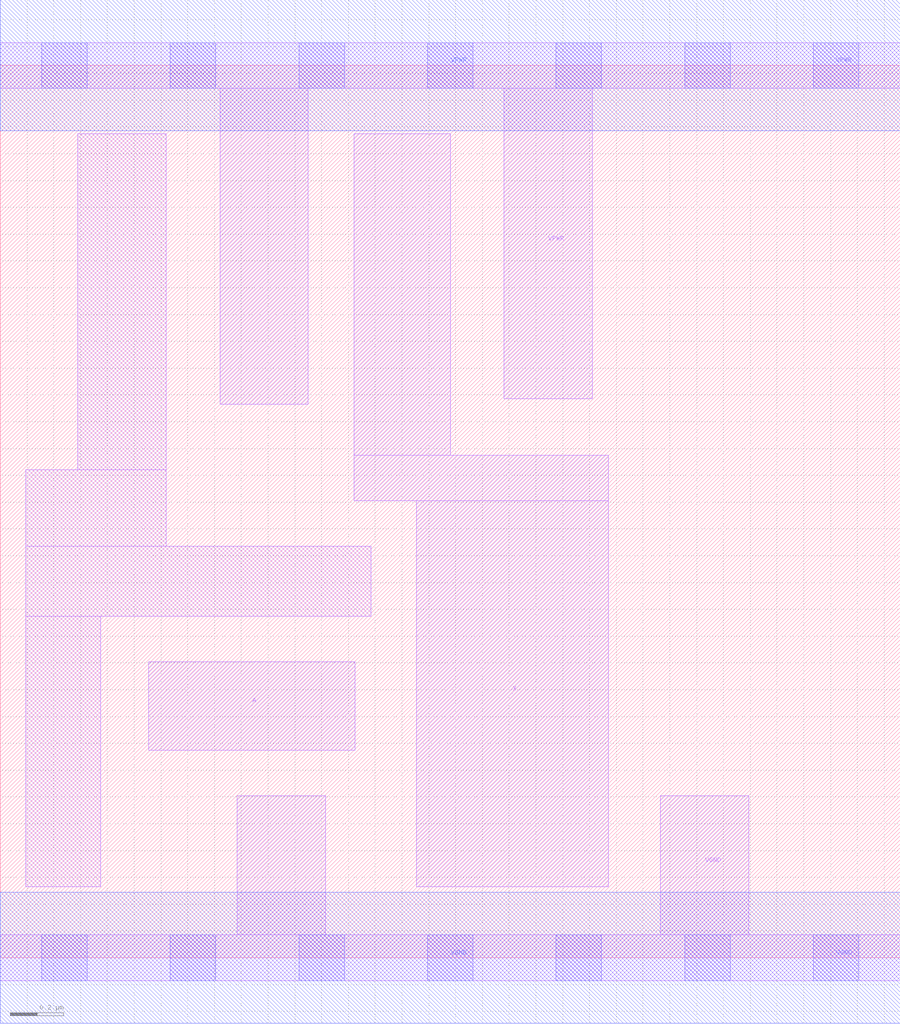
<source format=lef>
# Copyright 2020 The SkyWater PDK Authors
#
# Licensed under the Apache License, Version 2.0 (the "License");
# you may not use this file except in compliance with the License.
# You may obtain a copy of the License at
#
#     https://www.apache.org/licenses/LICENSE-2.0
#
# Unless required by applicable law or agreed to in writing, software
# distributed under the License is distributed on an "AS IS" BASIS,
# WITHOUT WARRANTIES OR CONDITIONS OF ANY KIND, either express or implied.
# See the License for the specific language governing permissions and
# limitations under the License.
#
# SPDX-License-Identifier: Apache-2.0

VERSION 5.7 ;
  NAMESCASESENSITIVE ON ;
  NOWIREEXTENSIONATPIN ON ;
  DIVIDERCHAR "/" ;
  BUSBITCHARS "[]" ;
UNITS
  DATABASE MICRONS 200 ;
END UNITS
MACRO sky130_fd_sc_lp__clkbuflp_2
  CLASS CORE ;
  SOURCE USER ;
  FOREIGN sky130_fd_sc_lp__clkbuflp_2 ;
  ORIGIN  0.000000  0.000000 ;
  SIZE  3.360000 BY  3.330000 ;
  SYMMETRY X Y R90 ;
  SITE unit ;
  PIN A
    ANTENNAGATEAREA  0.376000 ;
    DIRECTION INPUT ;
    USE SIGNAL ;
    PORT
      LAYER li1 ;
        RECT 0.555000 0.775000 1.325000 1.105000 ;
    END
  END A
  PIN X
    ANTENNADIFFAREA  0.397600 ;
    DIRECTION OUTPUT ;
    USE SIGNAL ;
    PORT
      LAYER li1 ;
        RECT 1.320000 1.705000 2.270000 1.875000 ;
        RECT 1.320000 1.875000 1.680000 3.075000 ;
        RECT 1.555000 0.265000 2.270000 1.705000 ;
    END
  END X
  PIN VGND
    DIRECTION INOUT ;
    USE GROUND ;
    PORT
      LAYER li1 ;
        RECT 0.000000 -0.085000 3.360000 0.085000 ;
        RECT 0.885000  0.085000 1.215000 0.605000 ;
        RECT 2.465000  0.085000 2.795000 0.605000 ;
      LAYER mcon ;
        RECT 0.155000 -0.085000 0.325000 0.085000 ;
        RECT 0.635000 -0.085000 0.805000 0.085000 ;
        RECT 1.115000 -0.085000 1.285000 0.085000 ;
        RECT 1.595000 -0.085000 1.765000 0.085000 ;
        RECT 2.075000 -0.085000 2.245000 0.085000 ;
        RECT 2.555000 -0.085000 2.725000 0.085000 ;
        RECT 3.035000 -0.085000 3.205000 0.085000 ;
      LAYER met1 ;
        RECT 0.000000 -0.245000 3.360000 0.245000 ;
    END
  END VGND
  PIN VPWR
    DIRECTION INOUT ;
    USE POWER ;
    PORT
      LAYER li1 ;
        RECT 0.000000 3.245000 3.360000 3.415000 ;
        RECT 0.820000 2.065000 1.150000 3.245000 ;
        RECT 1.880000 2.085000 2.210000 3.245000 ;
      LAYER mcon ;
        RECT 0.155000 3.245000 0.325000 3.415000 ;
        RECT 0.635000 3.245000 0.805000 3.415000 ;
        RECT 1.115000 3.245000 1.285000 3.415000 ;
        RECT 1.595000 3.245000 1.765000 3.415000 ;
        RECT 2.075000 3.245000 2.245000 3.415000 ;
        RECT 2.555000 3.245000 2.725000 3.415000 ;
        RECT 3.035000 3.245000 3.205000 3.415000 ;
      LAYER met1 ;
        RECT 0.000000 3.085000 3.360000 3.575000 ;
    END
  END VPWR
  OBS
    LAYER li1 ;
      RECT 0.095000 0.265000 0.375000 1.275000 ;
      RECT 0.095000 1.275000 1.385000 1.535000 ;
      RECT 0.095000 1.535000 0.620000 1.820000 ;
      RECT 0.290000 1.820000 0.620000 3.075000 ;
  END
END sky130_fd_sc_lp__clkbuflp_2

</source>
